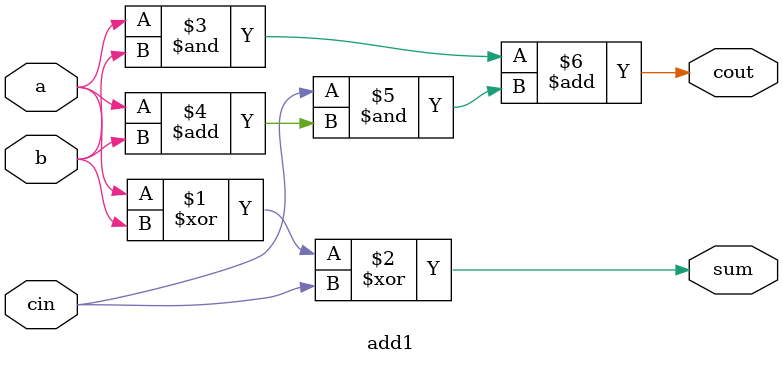
<source format=sv>
`timescale 1ns/1ps

module top_module (
    input [31:0] a,
    input [31:0] b,
    output [31:0] sum
  );//
  wire cout_1,cout_2;
  add16 a1(a[15:0],b[15:0],1'b0,sum[15:0],cout_1);
  add16 a2(a[31:16],b[31:16],cout_1,sum[31:16],cout_2);
endmodule

module add16 ( input[15:0] a, input[15:0] b, input cin, output[15:0] sum, output cout );

  wire cout_1,cout_2,cout_3,cout_4,
       cout_5,cout_6,cout_7,cout_8,
       cout_9,cout_10,cout_11,cout_12,
       cout_13,cout_14,cout_15;

  add1 a1(a[0],b[0],cin,sum[0],cout_1);
  add1 a2(a[1],b[1],cout_1,sum[1],cout_2);
  add1 a3(a[2],b[2],cout_2,sum[2],cout_3);
  add1 a4(a[3],b[3],cout_3,sum[3],cout_4);
  add1 a5(a[4],b[4],cout_4,sum[4],cout_5);
  add1 a6(a[5],b[5],cout_5,sum[5],cout_6);
  add1 a7(a[6],b[6],cout_6,sum[6],cout_7);
  add1 a8(a[7],b[7],cout_7,sum[7],cout_8);
  add1 a9(a[8],b[8],cout_8,sum[8],cout_9);
  add1 a10(a[9],b[9],cout_9,sum[9],cout_10);
  add1 a11(a[10],b[10],cout_10,sum[10],cout_11);
  add1 a12(a[11],b[11],cout_11,sum[11],cout_12);
  add1 a13(a[12],b[12],cout_12,sum[12],cout_13);
  add1 a14(a[13],b[13],cout_13,sum[13],cout_14);
  add1 a15(a[14],b[14],cout_14,sum[14],cout_15);
  add1 a16(a[15],b[15],cout_15,sum[15],cout);
endmodule

module add1 ( input a, input b, input cin,   output sum, output cout );

  // Full adder module here
  assign sum = a ^ b ^ cin;
  assign cout = (a & b) + (cin & (a + b));
endmodule

</source>
